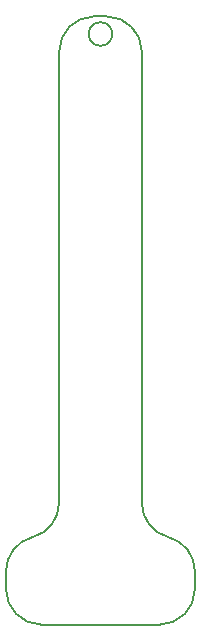
<source format=gbr>
%TF.GenerationSoftware,KiCad,Pcbnew,7.0.2-0*%
%TF.CreationDate,2023-08-02T22:46:30+09:00*%
%TF.ProjectId,line_others,6c696e65-5f6f-4746-9865-72732e6b6963,rev?*%
%TF.SameCoordinates,Original*%
%TF.FileFunction,Profile,NP*%
%FSLAX46Y46*%
G04 Gerber Fmt 4.6, Leading zero omitted, Abs format (unit mm)*
G04 Created by KiCad (PCBNEW 7.0.2-0) date 2023-08-02 22:46:30*
%MOMM*%
%LPD*%
G01*
G04 APERTURE LIST*
%TA.AperFunction,Profile*%
%ADD10C,0.200000*%
%TD*%
G04 APERTURE END LIST*
D10*
X148900000Y-77700000D02*
X148900000Y-115890525D01*
X144399999Y-123200001D02*
G75*
G03*
X147400000Y-126200001I3000001J1D01*
G01*
X153400000Y-76200000D02*
G75*
G03*
X153400000Y-76200000I-1000000J0D01*
G01*
X155900000Y-115890525D02*
X155900000Y-77700000D01*
X155900073Y-115890525D02*
G75*
G03*
X158150000Y-118795262I2999927J-75D01*
G01*
X155900000Y-77700000D02*
G75*
G03*
X152900000Y-74700000I-3000000J0D01*
G01*
X160399999Y-121700000D02*
G75*
G03*
X158150000Y-118795263I-2999999J0D01*
G01*
X147400000Y-126200001D02*
X157400000Y-126200001D01*
X151900000Y-74700000D02*
G75*
G03*
X148900000Y-77700000I0J-3000000D01*
G01*
X152900000Y-74700000D02*
X151900000Y-74700000D01*
X146650013Y-118795312D02*
G75*
G03*
X148900000Y-115890525I-750113J2904812D01*
G01*
X157400000Y-126200000D02*
G75*
G03*
X160400000Y-123200001I0J3000000D01*
G01*
X160400000Y-123200001D02*
X160400000Y-121700000D01*
X146650000Y-118795263D02*
G75*
G03*
X144400000Y-121700000I750000J-2904737D01*
G01*
X144400000Y-121700000D02*
X144400000Y-123200001D01*
M02*

</source>
